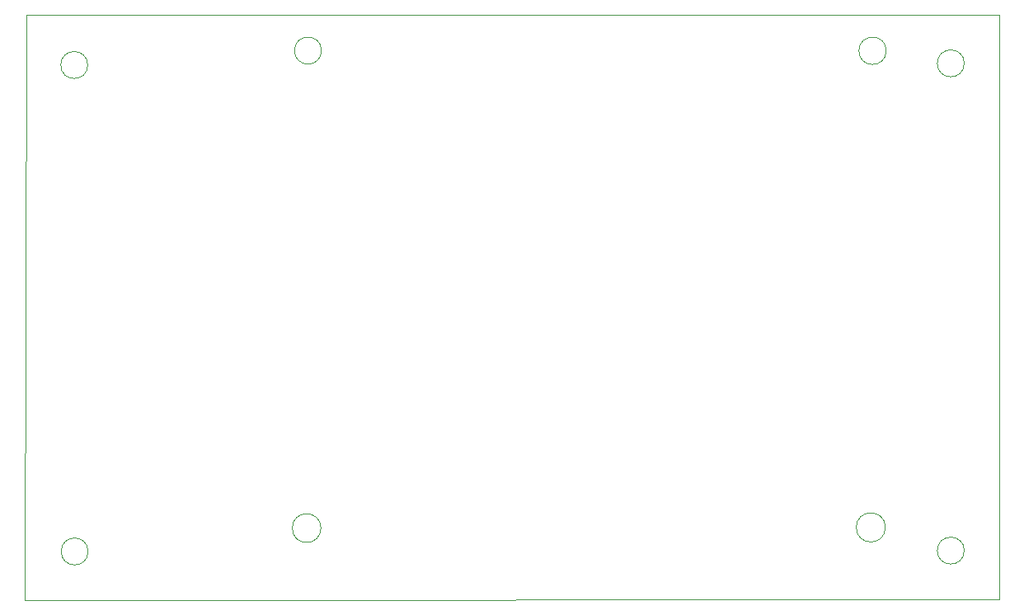
<source format=gm1>
G04 #@! TF.GenerationSoftware,KiCad,Pcbnew,(5.1.10)-1*
G04 #@! TF.CreationDate,2023-02-08T16:19:39+02:00*
G04 #@! TF.ProjectId,rpi_shieled_2,7270695f-7368-4696-956c-65645f322e6b,rev?*
G04 #@! TF.SameCoordinates,Original*
G04 #@! TF.FileFunction,Profile,NP*
%FSLAX46Y46*%
G04 Gerber Fmt 4.6, Leading zero omitted, Abs format (unit mm)*
G04 Created by KiCad (PCBNEW (5.1.10)-1) date 2023-02-08 16:19:39*
%MOMM*%
%LPD*%
G01*
G04 APERTURE LIST*
G04 #@! TA.AperFunction,Profile*
%ADD10C,0.050000*%
G04 #@! TD*
G04 #@! TA.AperFunction,Profile*
%ADD11C,0.100000*%
G04 #@! TD*
G04 APERTURE END LIST*
D10*
X196012317Y-74830000D02*
G75*
G03*
X196012317Y-74830000I-1382317J0D01*
G01*
X196012317Y-124870000D02*
G75*
G03*
X196012317Y-124870000I-1382317J0D01*
G01*
X106042317Y-124960000D02*
G75*
G03*
X106042317Y-124960000I-1382317J0D01*
G01*
X106000001Y-75000000D02*
G75*
G03*
X106000001Y-75000000I-1382317J0D01*
G01*
X188002890Y-73540000D02*
G75*
G03*
X188002890Y-73540000I-1402890J0D01*
G01*
X187914824Y-122490000D02*
G75*
G03*
X187914824Y-122490000I-1494824J0D01*
G01*
X129952753Y-122560000D02*
G75*
G03*
X129952753Y-122560000I-1472753J0D01*
G01*
X130002317Y-73520000D02*
G75*
G03*
X130002317Y-73520000I-1382317J0D01*
G01*
D11*
X199620000Y-69880000D02*
X199620000Y-129910000D01*
X99680000Y-69880000D02*
X199620000Y-69880000D01*
X99680000Y-69890000D02*
X99680000Y-69880000D01*
X99680000Y-70110000D02*
X99680000Y-69890000D01*
X99550000Y-129930000D02*
X99680000Y-70020000D01*
X199620000Y-129910000D02*
X99550000Y-129920000D01*
M02*

</source>
